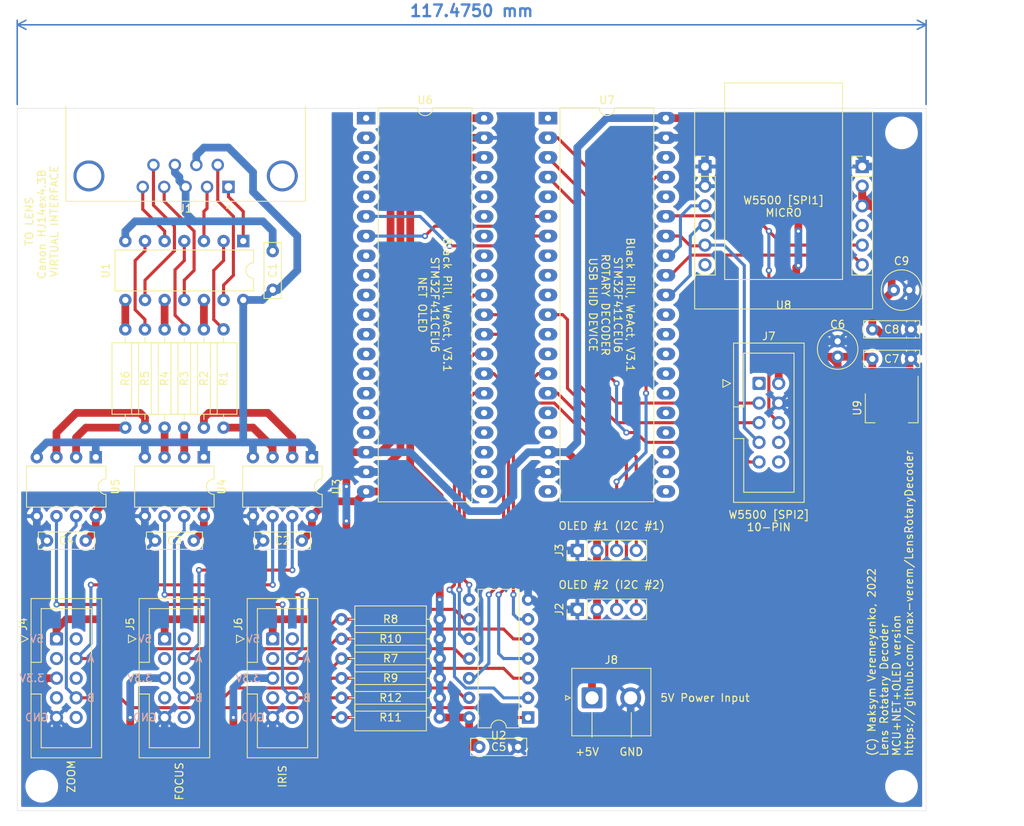
<source format=kicad_pcb>
(kicad_pcb (version 20211014) (generator pcbnew)
  (layers (0 "F.Cu" signal) (31 "B.Cu" signal) (34 "B.Paste" user) (35 "F.Paste" user) (36 "B.SilkS" user "B.Silkscreen") (37 "F.SilkS" user "F.Silkscreen") (38 "B.Mask" user) (39 "F.Mask" user) (44 "Edge.Cuts" user))
  (net 0 "")
  (net 1 "/IRIS_A")
  (net 2 "/GND")
  (net 3 "/ZOOM_A")
  (net 4 "/IRIS_B")
  (net 5 "/FOCUS_A")
  (net 6 "/ZOOM_B")
  (net 7 "/FOCUS_B")
  (net 9 "Net-(R1-Pad1)")
  (net 10 "Net-(R1-Pad2)")
  (net 11 "Net-(R2-Pad2)")
  (net 12 "Net-(R3-Pad2)")
  (net 13 "Net-(R4-Pad2)")
  (net 14 "Net-(R5-Pad2)")
  (net 15 "Net-(R6-Pad2)")
  (net 16 "/FOCUS_B_OUT")
  (net 17 "/ZOOM_B_OUT")
  (net 18 "/FOCUS_A_OUT")
  (net 19 "/IRIS_B_OUT")
  (net 20 "/ZOOM_A_OUT")
  (net 21 "/IRIS_A_OUT")
  (net 22 "/PWR_LENS")
  (net 23 "/GND_LENS")
  (net 24 "/VCC33")
  (net 25 "/VCC5")
  (net 26 "Net-(R2-Pad1)")
  (net 27 "Net-(R3-Pad1)")
  (net 28 "Net-(R4-Pad1)")
  (net 29 "Net-(R5-Pad1)")
  (net 30 "Net-(R7-Pad2)")
  (net 31 "Net-(R8-Pad2)")
  (net 32 "Net-(R9-Pad2)")
  (net 33 "Net-(R10-Pad2)")
  (net 34 "Net-(R11-Pad2)")
  (net 35 "Net-(R12-Pad2)")
  (net 51 "Net-(U5-Pad2)")
  (net 52 "/SCLK1")
  (net 53 "/SDA1")
  (net 54 "/SCLK2")
  (net 55 "/SDA2")
  (net 66 "/DEC_UART_TX")
  (net 67 "/DEC_UART_RX")
  (net 99 "/SCK1")
  (net 101 "/MISO1")
  (net 103 "/MOSI1")
  (net 104 "/W5500_CS")
  (net 105 "/W5500_RST")
  (net 113 "/VCC33_NET")
  (net 115 "/MISO2")
  (net 116 "/MOSI2")
  (net 117 "/SCK2")
  (footprint "Connector_Dsub:DSUB-9_Male_Horizontal_P2.77x2.84mm_EdgePinOffset7.70mm_Housed_MountingHolesOffset9.12mm" (layer "F.Cu") (at 102.87 40.64 180)
    (fp_text reference "J1")
    (fp_text value "DB9_Male")
  )
  (footprint "Resistor_THT:R_Axial_DIN0309_L9.0mm_D3.2mm_P12.70mm_Horizontal" (layer "F.Cu") (at 97.155 71.755 90)
    (fp_text reference "R3")
    (fp_text value "360")
  )
  (footprint "Resistor_THT:R_Axial_DIN0309_L9.0mm_D3.2mm_P12.70mm_Horizontal" (layer "F.Cu") (at 94.615 71.755 90)
    (fp_text reference "R4")
    (fp_text value "360")
  )
  (footprint "Resistor_THT:R_Axial_DIN0309_L9.0mm_D3.2mm_P12.70mm_Horizontal" (layer "F.Cu") (at 92.075 71.755 90)
    (fp_text reference "R5")
    (fp_text value "360")
  )
  (footprint "Resistor_THT:R_Axial_DIN0309_L9.0mm_D3.2mm_P12.70mm_Horizontal" (layer "F.Cu") (at 89.535 71.755 90)
    (fp_text reference "R6")
    (fp_text value "360")
  )
  (footprint "Resistor_THT:R_Axial_DIN0309_L9.0mm_D3.2mm_P12.70mm_Horizontal" (layer "F.Cu") (at 130.175 96.52 180)
    (fp_text reference "R8")
    (fp_text value "1k")
  )
  (footprint "Resistor_THT:R_Axial_DIN0309_L9.0mm_D3.2mm_P12.70mm_Horizontal" (layer "F.Cu") (at 130.175 99.06 180)
    (fp_text reference "R10")
    (fp_text value "1k")
  )
  (footprint "Resistor_THT:R_Axial_DIN0309_L9.0mm_D3.2mm_P12.70mm_Horizontal" (layer "F.Cu") (at 130.175 109.22 180)
    (fp_text reference "R11")
    (fp_text value "1k")
  )
  (footprint "Resistor_THT:R_Axial_DIN0309_L9.0mm_D3.2mm_P12.70mm_Horizontal" (layer "F.Cu") (at 130.175 106.68 180)
    (fp_text reference "R12")
    (fp_text value "1k")
  )
  (footprint "Package_DIP:DIP-14_W7.62mm" (layer "F.Cu") (at 104.78 47.635 -90)
    (fp_text reference "U1")
    (fp_text value "74AHC14")
  )
  (footprint "Package_DIP:DIP-14_W7.62mm" (layer "F.Cu") (at 141.595 109.225 180)
    (fp_text reference "U2")
    (fp_text value "74AHC14")
  )
  (footprint "Package_DIP:DIP-8_W7.62mm" (layer "F.Cu") (at 113.655 75.575 -90)
    (fp_text reference "U3")
    (fp_text value "HCPL-2630")
  )
  (footprint "Package_DIP:DIP-8_W7.62mm" (layer "F.Cu") (at 99.685 75.575 -90)
    (fp_text reference "U4")
    (fp_text value "HCPL-2630")
  )
  (footprint "Package_DIP:DIP-8_W7.62mm" (layer "F.Cu") (at 85.715 75.575 -90)
    (fp_text reference "U5")
    (fp_text value "HCPL-2630")
  )
  (footprint "Capacitor_THT:C_Rect_L7.0mm_W2.0mm_P5.00mm" (layer "F.Cu") (at 108.585 53.935 90)
    (fp_text reference "C1")
    (fp_text value "100nF")
  )
  (footprint "Capacitor_THT:C_Rect_L7.0mm_W2.0mm_P5.00mm" (layer "F.Cu") (at 112.355 86.36 180)
    (fp_text reference "C2")
    (fp_text value "100nF")
  )
  (footprint "Resistor_THT:R_Axial_DIN0309_L9.0mm_D3.2mm_P12.70mm_Horizontal" (layer "F.Cu") (at 130.175 101.6 180)
    (fp_text reference "R7")
    (fp_text value "1k")
  )
  (footprint "MountingHole:MountingHole_3.2mm_M3" (layer "F.Cu") (at 78.74 118.11)
    (fp_text reference "H1" hide)
    (fp_text value "MountingHole" hide)
  )
  (footprint "MountingHole:MountingHole_3.2mm_M3" (layer "F.Cu") (at 189.865 33.655)
    (fp_text reference "H2" hide)
    (fp_text value "MountingHole" hide)
  )
  (footprint "MountingHole:MountingHole_3.2mm_M3" (layer "F.Cu") (at 78.74 33.655)
    (fp_text reference "H3" hide)
    (fp_text value "MountingHole" hide)
  )
  (footprint "MountingHole:MountingHole_3.2mm_M3" (layer "F.Cu") (at 189.865 118.11)
    (fp_text reference "H4" hide)
    (fp_text value "MountingHole" hide)
  )
  (footprint "Resistor_THT:R_Axial_DIN0309_L9.0mm_D3.2mm_P12.70mm_Horizontal" (layer "F.Cu") (at 102.235 71.755 90)
    (fp_text reference "R1")
    (fp_text value "360")
  )
  (footprint "Capacitor_THT:C_Rect_L7.0mm_W2.0mm_P5.00mm" (layer "F.Cu") (at 98.385 86.36 180)
    (fp_text reference "C3")
    (fp_text value "100nF")
  )
  (footprint "Capacitor_THT:C_Rect_L7.0mm_W2.0mm_P5.00mm" (layer "F.Cu") (at 186.095 62.865)
    (fp_text reference "C7")
    (fp_text value "100nF")
  )
  (footprint "Connector_PinHeader_2.54mm:PinHeader_1x04_P2.54mm_Vertical" (layer "F.Cu") (at 147.965 87.63 90)
    (fp_text reference "J3")
    (fp_text value "OLED #2")
  )
  (footprint "Capacitor_THT:C_Rect_L7.0mm_W2.0mm_P5.00mm" (layer "F.Cu") (at 84.415 86.36 180)
    (fp_text reference "C4")
    (fp_text value "100nF")
  )
  (footprint "Resistor_THT:R_Axial_DIN0309_L9.0mm_D3.2mm_P12.70mm_Horizontal" (layer "F.Cu") (at 130.175 104.14 180)
    (fp_text reference "R9")
    (fp_text value "1k")
  )
  (footprint "Connector_IDC:IDC-Header_2x05_P2.54mm_Vertical" (layer "F.Cu") (at 108.585 99.06)
    (fp_text reference "J6")
    (fp_text value "Conn_02x05_Odd_Even")
  )
  (footprint "Connector_PinHeader_2.54mm:PinHeader_1x04_P2.54mm_Vertical" (layer "F.Cu") (at 147.965 95.25 90)
    (fp_text reference "J2")
    (fp_text value "OLED #1")
  )
  (footprint "Connector_IDC:IDC-Header_2x05_P2.54mm_Vertical" (layer "F.Cu") (at 94.615 99.06)
    (fp_text reference "J5")
    (fp_text value "Conn_02x05_Odd_Even")
  )
  (footprint "Connector_IDC:IDC-Header_2x05_P2.54mm_Vertical" (layer "F.Cu") (at 80.645 99.06)
    (fp_text reference "J4")
    (fp_text value "Conn_02x05_Odd_Even")
  )
  (footprint "Capacitor_THT:C_Rect_L7.0mm_W2.0mm_P5.00mm" (layer "F.Cu") (at 186.095 59.055)
    (fp_text reference "C8")
    (fp_text value "100nF")
  )
  (footprint "Connector_JST:JST_NV_B02P-NV_1x02_P5.00mm_Vertical" (layer "F.Cu") (at 149.86 106.68)
    (fp_text reference "J8")
    (fp_text value "Power 5V")
  )
  (footprint "Package_TO_SOT_SMD:SOT-223-3_TabPin2" (layer "F.Cu") (at 188.595 69.215 -90)
    (fp_text reference "U9")
    (fp_text value "LD1117S33TR_SOT223")
  )
  (footprint "Connector_IDC:IDC-Header_2x05_P2.54mm_Vertical" (layer "F.Cu") (at 171.45 66.04)
    (fp_text reference "J7")
    (fp_text value "W5500 (10Pins)")
  )
  (footprint "LensRotaryDecoder:W5500" (layer "F.Cu") (at 174.625 56.42)
    (fp_text reference "U8")
    (fp_text value "W5500 lite")
  )
  (footprint "Capacitor_THT:C_Radial_D5.0mm_H11.0mm_P2.00mm" (layer "F.Cu") (at 181.61 62.595 90)
    (fp_text reference "C6")
    (fp_text value "10uF")
  )
  (footprint "Package_DIP:DIP-40_W15.24mm_LongPads" (layer "F.Cu") (at 120.67 31.755)
    (fp_text reference "U6")
    (fp_text value "STM32F4x1Cx_v2.0+")
  )
  (footprint "Capacitor_THT:C_Rect_L7.0mm_W2.0mm_P5.00mm" (layer "F.Cu") (at 135.295 113.03)
    (fp_text reference "C5")
    (fp_text value "100nF")
  )
  (footprint "Resistor_THT:R_Axial_DIN0309_L9.0mm_D3.2mm_P12.70mm_Horizontal" (layer "F.Cu") (at 99.695 71.755 90)
    (fp_text reference "R2")
    (fp_text value "360")
  )
  (footprint "Capacitor_THT:C_Radial_D5.0mm_H11.0mm_P2.00mm" (layer "F.Cu") (at 188.865 53.975)
    (fp_text reference "C9")
    (fp_text value "10uF")
  )
  (footprint "Package_DIP:DIP-40_W15.24mm_LongPads" (layer "F.Cu") (at 144.165 31.75)
    (fp_text reference "U7")
    (fp_text value "STM32F4x1Cx_v2.0+")
  )
  (gr_line (start 154.94 111.76) (end 154.94 108.585) (layer "F.SilkS") (width 0.12))
  (gr_line (start 149.86 111.76) (end 149.86 108.585) (layer "F.SilkS") (width 0.12))
  (gr_rect (start 75.565 30.48) (end 193.04 121.285) (layer "Edge.Cuts") (width 0.05) (fill none))
  (gr_text "A" (at 85.09 101.6) (layer "B.SilkS") (effects (font (size 1 1)) (justify mirror)))
  (gr_text "B" (at 99.06 106.68) (layer "B.SilkS") (effects (font (size 1 1)) (justify mirror)))
  (gr_text "GND" (at 106.045 109.22) (layer "B.SilkS") (effects (font (size 1 1)) (justify mirror)))
  (gr_text "B" (at 113.03 106.68) (layer "B.SilkS") (effects (font (size 1 1)) (justify mirror)))
  (gr_text "5V" (at 106.045 99.06) (layer "B.SilkS") (effects (font (size 1 1)) (justify mirror)))
  (gr_text "5V" (at 78.105 99.06) (layer "B.SilkS") (effects (font (size 1 1)) (justify mirror)))
  (gr_text "5V" (at 92.075 99.06) (layer "B.SilkS") (effects (font (size 1 1)) (justify mirror)))
  (gr_text "3.3V" (at 77.47 104.14) (layer "B.SilkS") (effects (font (size 1 1)) (justify mirror)))
  (gr_text "3.3V" (at 105.41 104.14) (layer "B.SilkS") (effects (font (size 1 1)) (justify mirror)))
  (gr_text "3.3V" (at 91.44 104.14) (layer "B.SilkS") (effects (font (size 1 1)) (justify mirror)))
  (gr_text "GND" (at 78.105 109.22) (layer "B.SilkS") (effects (font (size 1 1)) (justify mirror)))
  (gr_text "A" (at 113.03 101.6) (layer "B.SilkS") (effects (font (size 1 1)) (justify mirror)))
  (gr_text "A" (at 99.06 101.6) (layer "B.SilkS") (effects (font (size 1 1)) (justify mirror)))
  (gr_text "GND" (at 92.075 109.22) (layer "B.SilkS") (effects (font (size 1 1)) (justify mirror)))
  (gr_text "B" (at 85.09 106.68) (layer "B.SilkS") (effects (font (size 1 1)) (justify mirror)))
  (gr_text "TO LENS\nCanon HJ14ex4.3B \nVIRTUAL INTERFACE\n" (at 78.74 45.085 90) (layer "F.SilkS") (effects (font (size 1 1))))
  (gr_text "Black Pill, WeAct, V3.1\nSTM32F411CEU6\nNET OLED" (at 129.54 55.88 270) (layer "F.SilkS") (effects (font (size 1 1))))
  (gr_text "(C) Maksym Veremeyenko, 2022\nLens Rotatary Decoder\nMCU+NET+OLED version\nhttps://github.com/max-verem/LensRotaryDecoder\n\n" (at 189.23 114.3 90) (layer "F.SilkS") (effects (font (size 1 1)) (justify left)))
  (gr_text "FOCUS" (at 96.52 117.475 90) (layer "F.SilkS") (effects (font (size 1 1))))
  (gr_text "IRIS" (at 109.855 116.84 90) (layer "F.SilkS") (effects (font (size 1 1))))
  (gr_text "OLED #1 (I2C #1)" (at 152.4 84.455) (layer "F.SilkS") (effects (font (size 1 1))))
  (gr_text "5V Power Input" (at 164.465 106.68) (layer "F.SilkS") (effects (font (size 1 1))))
  (gr_text "ZOOM" (at 82.55 116.84 90) (layer "F.SilkS") (effects (font (size 1 1))))
  (gr_text "+5V" (at 149.225 113.665) (layer "F.SilkS") (effects (font (size 1 1))))
  (gr_text "OLED #2 (I2C #2)" (at 152.4 92.075) (layer "F.SilkS") (effects (font (size 1 1))))
  (gr_text "GND" (at 154.94 113.665) (layer "F.SilkS") (effects (font (size 1 1))))
  (gr_text "W5500 [SPI1]\nMICRO" (at 174.625 43.18) (layer "F.SilkS") (effects (font (size 1 1))))
  (gr_text "W5500 [SPI2]\n10-PIN" (at 172.72 83.82) (layer "F.SilkS") (effects (font (size 1 1))))
  (gr_text "Black Pill, WeAct, V3.1\nSTM32F411CEU6\nROTARY DECODER\nUSB HID DEVICE" (at 152.4 55.88 270) (layer "F.SilkS") (effects (font (size 1 1))))
  (dimension (type aligned) (layer "B.Cu") (pts (xy 193.04 30.48) (xy 75.565 30.48)) (height 10.795) (gr_text "117,4750 mm" (at 134.3025 17.885) (layer "B.Cu") (effects (font (size 1.5 1.5) (thickness 0.3)))) (format (units 3) (units_format 1) (precision 4)) (style (thickness 0.2) (arrow_length 1.27) (text_position_mode 0) (extension_height 0.58642) (extension_offset 0.5) keep_text_aligned))
  (segment (start 98.425 51.435) (end 98.425 46.355) (width 0.4) (layer "F.Cu") (net 1))
  (segment (start 98.425 46.355) (end 94.56 42.49) (width 0.4) (layer "F.Cu") (net 1))
  (segment (start 94.56 42.49) (end 94.56 40.64) (width 0.4) (layer "F.Cu") (net 1))
  (segment (start 97.16 52.7) (end 98.425 51.435) (width 0.4) (layer "F.Cu") (net 1))
  (segment (start 97.16 55.255) (end 97.16 52.7) (width 0.4) (layer "F.Cu") (net 1))
  (segment (start 78.095 83.195) (end 78.105 83.185) (width 1) (layer "F.Cu") (net 2))
  (segment (start 120.67 77.475) (end 122.55 77.475) (width 1) (layer "F.Cu") (net 2))
  (segment (start 125.095 36.83) (end 127.635 34.29) (width 1) (layer "F.Cu") (net 2))
  (segment (start 122.55 77.475) (end 125.095 74.93) (width 1) (layer "F.Cu") (net 2))
  (segment (start 127.635 34.29) (end 127.64 34.295) (width 1) (layer "F.Cu") (net 2))
  (segment (start 191.095 54.205) (end 190.865 53.975) (width 1) (layer "F.Cu") (net 2))
  (segment (start 125.095 74.93) (end 125.02452 74.85952) (width 1) (layer "F.Cu") (net 2))
  (segment (start 125.095 74.93) (end 125.095 36.83) (width 1) (layer "F.Cu") (net 2))
  (segment (start 190.895 66.065) (end 190.895 63.065) (width 1) (layer "F.Cu") (net 2))
  (segment (start 127.64 34.295) (end 135.91 34.295) (width 1) (layer "F.Cu") (net 2))
  (segment (start 190.895 63.065) (end 191.095 62.865) (width 1) (layer "F.Cu") (net 2))
  (segment (start 78.095 83.195) (end 78.095 85.04) (width 1) (layer "B.Cu") (net 2))
  (segment (start 115.57 79.375) (end 117.47 77.475) (width 1) (layer "B.Cu") (net 2))
  (segment (start 164.465 38.005) (end 164.465 34.29) (width 1) (layer "B.Cu") (net 2))
  (segment (start 94.615 109.22) (end 94.615 111.125) (width 1) (layer "B.Cu") (net 2))
  (segment (start 159.405 34.29) (end 152.4 34.29) (width 1) (layer "B.Cu") (net 2))
  (segment (start 164.465 34.29) (end 182.245 34.29) (width 1) (layer "B.Cu") (net 2))
  (segment (start 108.585 111.125) (end 94.615 111.125) (width 1) (layer "B.Cu") (net 2))
  (segment (start 106.66 81.28) (end 92.075 81.28) (width 1) (layer "B.Cu") (net 2))
  (segment (start 177.165 61.595) (end 178.165 60.595) (width 1) (layer "B.Cu") (net 2))
  (segment (start 143.51 110.49) (end 144.145 111.125) (width 1) (layer "B.Cu") (net 2))
  (segment (start 115.57 79.375) (end 113.665 81.28) (width 1) (layer "B.Cu") (net 2))
  (segment (start 140.97 113.03) (end 143.51 110.49) (width 1) (layer "B.Cu") (net 2))
  (segment (start 117.47 77.475) (end 120.67 77.475) (width 1) (layer "B.Cu") (net 2))
  (segment (start 191.135 60.325) (end 191.095 60.285) (width 1) (layer "B.Cu") (net 2))
  (segment (start 152.4 34.29) (end 149.86 36.83) (width 1) (layer "B.Cu") (net 2))
  (segment (start 113.665 81.28) (end 106.66 81.28) (width 1) (layer "B.Cu") (net 2))
  (segment (start 92.075 81.28) (end 92.065 81.27) (width 1) (layer "B.Cu") (net 2))
  (segment (start 140.295 113.03) (end 140.97 113.03) (width 1) (layer "B.Cu") (net 2))
  (segment (start 127.635 111.125) (end 138.43 111.125) (width 1) (layer "B.Cu") (net 2))
  (segment (start 120.67 77.475) (end 125.1 77.475) (width 1) (layer "B.Cu") (net 2))
  (segment (start 144.165 77.47) (end 142.875 77.47) (width 1) (layer "B.Cu") (net 2))
  (segment (start 143.51 95.25) (end 142.24 93.98) (width 1) (layer "B.Cu") (net 2))
  (segment (start 175.26 68.58) (end 177.165 66.675) (width 1) (layer "B.Cu") (net 2))
  (segment (start 141.595 87.64) (end 141.595 93.985) (width 1) (layer "B.Cu") (net 2))
  (segment (start 138.43 111.125) (end 138.43 111.165) (width 1) (layer "B.Cu") (net 2))
  (segment (start 106.035 83.195) (end 106.035 81.905) (width 1) (layer "B.Cu") (net 2))
  (segment (start 92.065 85.04) (end 93.385 86.36) (width 1) (layer "B.Cu") (net 2))
  (segment (start 182.245 34.29) (end 184.785 36.83) (width 1) (layer "B.Cu") (net 2))
  (segment (start 187.23 38.005) (end 191.135 41.91) (width 1) (layer "B.Cu") (net 2))
  (segment (start 106.035 83.195) (end 106.035 85.04) (width 1) (layer "B.Cu") (net 2))
  (segment (start 177.165 66.675) (end 177.165 61.595) (width 1) (layer "B.Cu") (net 2))
  (segment (start 191.135 41.91) (end 191.135 53.705) (width 1) (layer "B.Cu") (net 2))
  (segment (start 191.135 53.705) (end 190.865 53.975) (width 1) (layer "B.Cu") (net 2))
  (segment (start 127.635 80.01) (end 127.635 111.125) (width 1) (layer "B.Cu") (net 2))
  (segment (start 141.6 93.98) (end 141.595 93.985) (width 1) (layer "B.Cu") (net 2))
  (segment (start 178.165 60.595) (end 182.245 60.595) (width 1) (layer "B.Cu") (net 2))
  (segment (start 106.035 85.04) (end 107.355 86.36) (width 1) (layer "B.Cu") (net 2))
  (segment (start 143.51 110.49) (end 143.51 95.25) (width 1) (layer "B.Cu") (net 2))
  (segment (start 149.86 74.93) (end 147.32 77.47) (width 1) (layer "B.Cu") (net 2))
  (segment (start 154.86 109.935) (end 154.86 106.68) (width 1) (layer "B.Cu") (net 2))
  (segment (start 143.51 95.25) (end 147.965 95.25) (width 1) (layer "B.Cu") (net 2))
  (segment (start 142.24 93.98) (end 141.6 93.98) (width 1) (layer "B.Cu") (net 2))
  (segment (start 191.095 62.865) (end 191.095 59.055) (width 1) (layer "B.Cu") (net 2))
  (segment (start 191.095 54.205) (end 190.865 53.975) (width 1) (layer "B.Cu") (net 2))
  (segment (start 92.075 81.28) (end 78.74 81.28) (width 1) (layer "B.Cu") (net 2))
  (segment (start 144.145 111.125) (end 153.67 111.125) (width 1) (layer "B.Cu") (net 2))
  (segment (start 149.86 36.83) (end 149.86 74.93) (width 1) (layer "B.Cu") (net 2))
  (segment (start 182.245 60.595) (end 190.865 60.595) (width 1) (layer "B.Cu") (net 2))
  (segment (start 141.595 87.64) (end 141.605 87.63) (width 1) (layer "B.Cu") (net 2))
  (segment (start 78.095 85.04) (end 79.415 86.36) (width 1) (layer "B.Cu") (net 2))
  (segment (start 153.67 111.125) (end 154.86 109.935) (width 1) (layer "B.Cu") (net 2))
  (segment (start 81.28 111.125) (end 80.645 110.49) (width 1) (layer "B.Cu") (net 2))
  (segment (start 78.095 83.195) (end 78.095 81.925) (width 1) (layer "B.Cu") (net 2))
  (segment (start 173.99 68.58) (end 175.26 68.58) (width 1) (layer "B.Cu") (net 2))
  (segment (start 94.615 111.125) (end 81.28 111.125) (width 1) (layer "B.Cu") (net 2))
  (segment (start 80.645 110.49) (end 80.645 109.22) (width 1) (layer "B.Cu") (net 2))
  (segment (start 106.66 81.28) (end 106.035 81.905) (width 1) (layer "B.Cu") (net 2))
  (segment (start 191.095 60.285) (end 191.095 59.055) (width 1) (layer "B.Cu") (net 2))
  (segment (start 163.83 34.29) (end 164.465 34.29) (width 1) (layer "B.Cu") (net 2))
  (segment (start 138.43 111.165) (end 140.295 113.03) (width 1) (layer "B.Cu") (net 2))
  (segment (start 190.865 60.595) (end 191.135 60.325) (width 1) (layer "B.Cu") (net 2))
  (segment (start 125.1 77.475) (end 127.635 80.01) (width 1) (layer "B.Cu") (net 2))
  (segment (start 142.875 77.47) (end 141.595 78.75) (width 1) (layer "B.Cu") (net 2))
  (segment (start 159.405 34.29) (end 163.83 34.29) (width 1) (layer "B.Cu") (net 2))
  (segment (start 164.465 40.545) (end 164.465 38.005) (width 1) (layer "B.Cu") (net 2))
  (segment (start 184.785 38.005) (end 187.23 38.005) (width 1) (layer "B.Cu") (net 2))
  (segment (start 127.635 111.125) (end 108.585 111.125) (width 1) (layer "B.Cu") (net 2))
  (segment (start 141.605 87.63) (end 147.965 87.63) (width 1) (layer "B.Cu") (net 2))
  (segment (start 147.32 77.47) (end 144.165 77.47) (width 1) (layer "B.Cu") (net 2))
  (segment (start 92.065 83.195) (end 92.065 85.04) (width 1) (layer "B.Cu") (net 2))
  (segment (start 184.785 36.83) (end 184.785 38.005) (width 1) (layer "B.Cu") (net 2))
  (segment (start 108.585 109.22) (end 108.585 111.125) (width 1) (layer "B.Cu") (net 2))
  (segment (start 141.595 78.75) (end 141.595 87.64) (width 1) (layer "B.Cu") (net 2))
  (segment (start 191.095 59.055) (end 191.095 54.205) (width 1) (layer "B.Cu") (net 2))
  (segment (start 78.095 81.925) (end 78.74 81.28) (width 1) (layer "B.Cu") (net 2))
  (segment (start 92.065 83.195) (end 92.065 81.27) (width 1) (layer "B.Cu") (net 2))
  (segment (start 102.87 41.91) (end 104.78 43.82) (width 0.4) (layer "F.Cu") (net 3))
  (segment (start 102.87 40.64) (end 102.87 41.91) (width 0.4) (layer "F.Cu") (net 3))
  (segment (start 104.78 43.82) (end 104.78 47.635) (width 0.4) (layer "F.Cu") (net 3))
  (segment (start 95.885 48.895) (end 92.08 52.7) (width 0.4) (layer "F.Cu") (net 4))
  (segment (start 93.175 43.01) (end 95.885 45.72) (width 0.4) (layer "F.Cu") (net 4))
  (segment (start 92.08 54.605) (end 92.08 55.255) (width 0.25) (layer "F.Cu") (net 4))
  (segment (start 93.175 37.8) (end 93.175 43.01) (width 0.4) (layer "F.Cu") (net 4))
  (segment (start 92.08 55.255) (end 92.08 52.7) (width 0.4) (layer "F.Cu") (net 4))
  (segment (start 95.885 45.72) (end 95.885 48.895) (width 0.4) (layer "F.Cu") (net 4))
  (segment (start 101.485 42.43) (end 103.505 44.45) (width 0.4) (layer "F.Cu") (net 5))
  (segment (start 101.485 37.8) (end 101.485 42.43) (width 0.4) (layer "F.Cu") (net 5))
  (segment (start 102.24 53.335) (end 102.24 55.255) (width 0.4) (layer "F.Cu") (net 5))
  (segment (start 103.505 44.45) (end 103.505 52.07) (width 0.4) (layer "F.Cu") (net 5))
  (segment (start 103.505 52.07) (end 102.24 53.335) (width 0.4) (layer "F.Cu") (net 5))
  (segment (start 94.62 46.36) (end 94.62 47.635) (width 0.4) (layer "F.Cu") (net 6))
  (segment (start 91.79 40.64) (end 91.79 43.53) (width 0.4) (layer "F.Cu") (net 6))
  (segment (start 91.79 43.53) (end 94.62 46.36) (width 0.4) (layer "F.Cu") (net 6))
  (segment (start 99.695 43.815) (end 99.7 43.82) (width 0.4) (layer "F.Cu") (net 7))
  (segment (start 100.1 43.41) (end 99.695 43.815) (width 0.4) (layer "F.Cu") (net 7))
  (segment (start 99.695 41.045) (end 100.1 40.64) (width 0.25) (layer "F.Cu") (net 7))
  (segment (start 99.7 43.82) (end 99.7 47.635) (width 0.4) (layer "F.Cu") (net 7))
  (segment (start 100.1 40.64) (end 100.1 43.41) (width 0.4) (layer "F.Cu") (net 7))
  (segment (start 108.575 74.285) (end 108.575 75.575) (width 1) (layer "F.Cu") (net 9))
  (segment (start 102.235 71.755) (end 106.045 71.755) (width 1) (layer "F.Cu") (net 9))
  (segment (start 106.045 71.755) (end 108.575 74.285) (width 1) (layer "F.Cu") (net 9))
  (segment (start 100.965 51.435) (end 102.24 50.16) (width 0.4) (layer "F.Cu") (net 10))
  (segment (start 102.235 59.055) (end 100.965 57.785) (width 0.4) (layer "F.Cu") (net 10))
  (segment (start 100.965 57.785) (end 100.965 51.435) (width 0.4) (layer "F.Cu") (net 10))
  (segment (start 102.24 50.16) (end 102.24 47.635) (width 0.4) (layer "F.Cu") (net 10))
  (segment (start 99.7 57.78) (end 99.695 57.785) (width 0.25) (layer "F.Cu") (net 11))
  (segment (start 99.695 59.055) (end 99.695 55.26) (width 1) (layer "F.Cu") (net 11))
  (segment (start 99.695 55.26) (end 99.7 55.255) (width 1) (layer "F.Cu") (net 11))
  (segment (start 99.7 55.255) (end 99.7 57.78) (width 0.25) (layer "F.Cu") (net 11))
  (segment (start 95.960489 51.359511) (end 97.16 50.16) (width 0.4) (layer "F.Cu") (net 12))
  (segment (start 97.155 58.42) (end 95.960489 57.225489) (width 0.4) (layer "F.Cu") (net 12))
  (segment (start 95.960489 57.225489) (end 95.960489 51.359511) (width 0.4) (layer "F.Cu") (net 12))
  (segment (start 97.16 50.16) (end 97.16 47.635) (width 0.4) (layer "F.Cu") (net 12))
  (segment (start 97.155 59.055) (end 97.155 58.42) (width 0.4) (layer "F.Cu") (net 12))
  (segment (start 94.62 57.78) (end 94.615 57.785) (width 0.25) (layer "F.Cu") (net 13))
  (segment (start 94.615 55.26) (end 94.62 55.255) (width 1) (layer "F.Cu") (net 13))
  (segment (start 94.62 55.255) (end 94.62 57.78) (width 0.25) (layer "F.Cu") (net 13))
  (segment (start 94.615 59.055) (end 94.615 55.26) (width 1) (layer "F.Cu") (net 13))
  (segment (start 90.805 50.165) (end 92.08 48.89) (width 0.4) (layer "F.Cu") (net 14))
  (segment (start 92.075 59.055) (end 92.075 57.785) (width 0.4) (layer "F.Cu") (net 14))
  (segment (start 92.08 48.89) (end 92.08 47.635) (width 0.4) (layer "F.Cu") (net 14))
  (segment (start 92.075 57.785) (end 90.805 56.515) (width 0.4) (layer "F.Cu") (net 14))
  (segment (start 90.805 56.515) (end 90.805 50.165) (width 0.4) (layer "F.Cu") (net 14))
  (segment (start 89.54 55.255) (end 89.54 57.78) (width 0.25) (layer "F.Cu") (net 15))
  (segment (start 89.535 55.26) (end 89.54 55.255) (width 1) (layer "F.Cu") (net 15))
  (segment (start 89.535 59.055) (end 89.535 55.26) (width 1) (layer "F.Cu") (net 15))
  (segment (start 89.54 57.78) (end 89.535 57.785) (width 0.25) (layer "F.Cu") (net 15))
  (segment (start 139.065 92.075) (end 137.795 93.345) (width 0.4) (layer "F.Cu") (net 16))
  (segment (start 135.91 59.695) (end 137.79 59.695) (width 0.4) (layer "F.Cu") (net 16))
  (segment (start 137.795 59.69) (end 139.065 60.96) (width 0.4) (layer "F.Cu") (net 16))
  (segment (start 137.79 59.695) (end 137.795 59.69) (width 0.4) (layer "F.Cu") (net 16))
  (segment (start 139.065 60.96) (end 139.065 92.075) (width 0.4) (layer "F.Cu") (net 16))
  (via (at 137.795 93.345) (size 0.8) (drill 0.4) (layers "F.Cu" "B.Cu") (net 16))
  (segment (start 139.705 101.605) (end 141.595 101.605) (width 0.4) (layer "B.Cu") (net 16))
  (segment (start 138.43 101.6) (end 139.7 101.6) (width 0.4) (layer "B.Cu") (net 16))
  (segment (start 139.7 101.6) (end 139.705 101.605) (width 0.4) (layer "B.Cu") (net 16))
  (segment (start 137.795 100.965) (end 138.43 101.6) (width 0.4) (layer "B.Cu") (net 16))
  (segment (start 137.795 93.345) (end 137.795 100.965) (width 0.4) (layer "B.Cu") (net 16))
  (segment (start 136.525 93.345) (end 138.43 91.44) (width 0.4) (layer "F.Cu") (net 17))
  (segment (start 137.16 64.77) (end 135.915 64.77) (width 0.4) (layer "F.Cu") (net 17))
  (segment (start 138.43 66.04) (end 137.16 64.77) (width 0.4) (layer "F.Cu") (net 17))
  (segment (start 135.915 64.77) (end 135.91 64.775) (width 0.4) (layer "F.Cu") (net 17))
  (segment (start 138.43 91.44) (end 138.43 66.04) (width 0.4) (layer "F.Cu") (net 17))
  (via (at 136.525 93.345) (size 0.8) (drill 0.4) (layers "F.Cu" "B.Cu") (net 17))
  (segment (start 133.355 104.145) (end 133.975 104.145) (width 0.4) (layer "B.Cu") (net 17))
  (segment (start 136.525 93.345) (end 136.525 102.235) (width 0.4) (layer "B.Cu") (net 17))
  (segment (start 134.615 104.145) (end 133.975 104.145) (width 0.4) (layer "B.Cu") (net 17))
  (segment (start 136.525 102.235) (end 134.615 104.145) (width 0.4) (layer "B.Cu") (net 17))
  (segment (start 135.905 62.23) (end 135.91 62.235) (width 0.4) (layer "F.Cu") (net 18))
  (segment (start 134.62 62.23) (end 135.905 62.23) (width 0.4) (layer "F.Cu") (net 18))
  (segment (start 132.715 64.135) (end 134.62 62.23) (width 0.4) (layer "F.Cu") (net 18))
  (segment (start 132.715 92.71) (end 132.715 64.135) (width 0.4) (layer "F.Cu") (net 18))
  (via (at 132.715 92.71) (size 0.8) (drill 0.4) (layers "F.Cu" "B.Cu") (net 18))
  (segment (start 132.715 98.425) (end 133.355 99.065) (width 0.4) (layer "B.Cu") (net 18))
  (segment (start 133.355 99.065) (end 133.975 99.065) (width 0.4) (layer "B.Cu") (net 18))
  (segment (start 132.715 92.71) (end 132.715 98.425) (width 0.4) (layer "B.Cu") (net 18))
  (segment (start 131.445 92.71) (end 132.08 92.075) (width 0.4) (layer "F.Cu") (net 19))
  (segment (start 134.62 54.61) (end 135.905 54.61) (width 0.4) (layer "F.Cu") (net 19))
  (segment (start 135.905 54.61) (end 135.91 54.615) (width 0.4) (layer "F.Cu") (net 19))
  (segment (start 132.08 57.15) (end 134.62 54.61) (width 0.4) (layer "F.Cu") (net 19))
  (segment (start 132.08 92.075) (end 132.08 57.15) (width 0.4) (layer "F.Cu") (net 19))
  (via (at 131.445 92.71) (size 0.8) (drill 0.4) (layers "F.Cu" "B.Cu") (net 19))
  (segment (start 138.435 106.685) (end 141.595 106.685) (width 0.4) (layer "B.Cu") (net 19))
  (segment (start 132.08 93.345) (end 132.08 103.946366) (width 0.4) (layer "B.Cu") (net 19))
  (segment (start 131.445 92.71) (end 132.08 93.345) (width 0.4) (layer "B.Cu") (net 19))
  (segment (start 133.543634 105.41) (end 137.16 105.41) (width 0.4) (layer "B.Cu") (net 19))
  (segment (start 132.08 103.946366) (end 133.543634 105.41) (width 0.4) (layer "B.Cu") (net 19))
  (segment (start 137.16 105.41) (end 138.435 106.685) (width 0.4) (layer "B.Cu") (net 19))
  (segment (start 134.62 67.31) (end 135.905 67.31) (width 0.4) (layer "F.Cu") (net 20))
  (segment (start 133.35 68.58) (end 134.62 67.31) (width 0.4) (layer "F.Cu") (net 20))
  (segment (start 133.35 91.44) (end 133.35 68.58) (width 0.4) (layer "F.Cu") (net 20))
  (segment (start 135.905 67.31) (end 135.91 67.315) (width 0.4) (layer "F.Cu") (net 20))
  (segment (start 133.985 92.075) (end 133.35 91.44) (width 0.4) (layer "F.Cu") (net 20))
  (via (at 133.985 92.075) (size 0.8) (drill 0.4) (layers "F.Cu" "B.Cu") (net 20))
  (segment (start 135.26 67.315) (end 135.255 67.31) (width 0.4) (layer "B.Cu") (net 20))
  (segment (start 133.985 92.075) (end 133.975 92.085) (width 0.4) (layer "B.Cu") (net 20))
  (segment (start 135.91 67.315) (end 135.26 67.315) (width 0.4) (layer "B.Cu") (net 20))
  (segment (start 133.975 92.085) (end 133.975 93.985) (width 0.4) (layer "B.Cu") (net 20))
  (segment (start 138.43 57.15) (end 138.425 57.155) (width 0.4) (layer "F.Cu") (net 21))
  (segment (start 138.425 57.155) (end 135.91 57.155) (width 0.4) (layer "F.Cu") (net 21))
  (segment (start 139.7 58.42) (end 138.43 57.15) (width 0.4) (layer "F.Cu") (net 21))
  (segment (start 139.7 93.345) (end 139.7 58.42) (width 0.4) (layer "F.Cu") (net 21))
  (via (at 139.7 93.345) (size 0.8) (drill 0.4) (layers "F.Cu" "B.Cu") (net 21))
  (segment (start 140.34 96.525) (end 141.595 96.525) (width 0.4) (layer "B.Cu") (net 21))
  (segment (start 139.7 93.345) (end 139.7 95.885) (width 0.4) (layer "B.Cu") (net 21))
  (segment (start 139.7 95.885) (end 140.34 96.525) (width 0.4) (layer "B.Cu") (net 21))
  (segment (start 99.685 73.67) (end 99.695 73.66) (width 1) (layer "B.Cu") (net 22))
  (segment (start 99.685 75.575) (end 99.685 73.67) (width 1) (layer "B.Cu") (net 22))
  (segment (start 104.78 73.655) (end 104.775 73.66) (width 1) (layer "B.Cu") (net 22))
  (segment (start 98.715 37.8) (end 98.715 36.54) (width 1) (layer "B.Cu") (net 22))
  (segment (start 108.625 53.975) (end 108.585 53.935) (width 1) (layer "B.Cu") (net 22))
  (segment (start 78.095 75.575) (end 78.105 75.565) (width 1) (layer "B.Cu") (net 22))
  (segment (start 104.78 55.255) (end 104.78 73.655) (width 1) (layer "B.Cu") (net 22))
  (segment (start 111.76 46.99) (end 111.76 51.435) (width 1) (layer "B.Cu") (net 22))
  (segment (start 113.655 74.285) (end 113.655 75.575) (width 1) (layer "B.Cu") (net 22))
  (segment (start 98.715 36.54) (end 99.695 35.56) (width 1) (layer "B.Cu") (net 22))
  (segment (start 102.87 35.56) (end 106.045 38.735) (width 1) (layer "B.Cu") (net 22))
  (segment (start 78.105 75.565) (end 78.105 74.93) (width 1) (layer "B.Cu") (net 22))
  (segment (start 106.045 41.275) (end 111.76 46.99) (width 1) (layer "B.Cu") (net 22))
  (segment (start 106.035 75.575) (end 106.035 73.67) (width 1) (layer "B.Cu") (net 22))
  (segment (start 79.375 73.66) (end 85.725 73.66) (width 1) (layer "B.Cu") (net 22))
  (segment (start 109.22 53.975) (end 108.625 53.975) (width 1) (layer "B.Cu") (net 22))
  (segment (start 106.045 73.66) (end 113.03 73.66) (width 1) (layer "B.Cu") (net 22))
  (segment (start 99.695 35.56) (end 102.87 35.56) (width 1) (layer "B.Cu") (net 22))
  (segment (start 107.265 55.255) (end 108.585 53.935) (width 1) (layer "B.Cu") (net 22))
  (segment (start 104.775 73.66) (end 106.045 73.66) (width 1) (layer "B.Cu") (net 22))
  (segment (start 92.065 75.575) (end 92.065 74.305) (width 1) (layer "B.Cu") (net 22))
  (segment (start 106.035 73.67) (end 106.045 73.66) (width 1) (layer "B.Cu") (net 22))
  (segment (start 111.76 51.435) (end 109.22 53.975) (width 1) (layer "B.Cu") (net 22))
  (segment (start 99.695 73.66) (end 104.775 73.66) (width 1) (layer "B.Cu") (net 22))
  (segment (start 113.03 73.66) (end 113.655 74.285) (width 1) (layer "B.Cu") (net 22))
  (segment (start 106.045 38.735) (end 106.045 41.275) (width 1) (layer "B.Cu") (net 22))
  (segment (start 85.715 73.67) (end 85.725 73.66) (width 1) (layer "B.Cu") (net 22))
  (segment (start 78.105 74.93) (end 79.375 73.66) (width 1) (layer "B.Cu") (net 22))
  (segment (start 104.78 55.255) (end 107.265 55.255) (width 1) (layer "B.Cu") (net 22))
  (segment (start 85.725 73.66) (end 99.695 73.66) (width 1) (layer "B.Cu") (net 22))
  (segment (start 85.715 75.575) (end 85.715 73.67) (width 1) (layer "B.Cu") (net 22))
  (segment (start 96.52 39.37) (end 96.52 39.83) (width 1) (layer "B.Cu") (net 23))
  (segment (start 95.945 37.8) (end 95.945 38.795) (width 1) (layer "B.Cu") (net 23))
  (segment (start 89.54 46.35) (end 90.805 45.085) (width 1) (layer "B.Cu") (net 23))
  (segment (start 107.315 45.085) (end 108.585 46.355) (width 1) (layer "B.Cu") (net 23))
  (segment (start 98.425 45.085) (end 107.315 45.085) (width 1) (layer "B.Cu") (net 23))
  (segment (start 108.585 46.355) (end 108.585 48.935) (width 1) (layer "B.Cu") (net 23))
  (segment (start 96.52 39.83) (end 97.33 40.64) (width 1) (layer "B.Cu") (net 23))
  (segment (start 97.33 40.64) (end 97.33 43.99) (width 1) (layer "B.Cu") (net 23))
  (segment (start 90.805 45.085) (end 98.425 45.085) (width 1) (layer "B.Cu") (net 23))
  (segment (start 89.54 47.635) (end 89.54 46.35) (width 1) (layer "B.Cu") (net 23))
  (segment (start 95.945 38.795) (end 96.52 39.37) (width 1) (layer "B.Cu") (net 23))
  (segment (start 97.33 43.99) (end 98.425 45.085) (width 1) (layer "B.Cu") (net 23))
  (segment (start 90.17 113.03) (end 80.645 113.03) (width 1) (layer "F.Cu") (net 24))
  (segment (start 99.685 81.925) (end 100.33 81.28) (width 1) (layer "F.Cu") (net 24))
  (segment (start 123.185 80.015) (end 120.67 80.015) (width 1) (layer "F.Cu") (net 24))
  (segment (start 86.995 81.28) (end 85.715 82.56) (width 1) (layer "F.Cu") (net 24))
  (segment (start 133.975 111.71) (end 135.295 113.03) (width 1) (layer "F.Cu") (net 24))
  (segment (start 103.505 109.22) (end 103.505 113.03) (width 1) (layer "F.Cu") (net 24))
  (segment (start 85.715 85.08) (end 85.725 85.09) (width 1) (layer "F.Cu") (net 24))
  (segment (start 133.97 109.22) (end 133.975 109.225) (width 1) (layer "F.Cu") (net 24))
  (segment (start 112.395 86.36) (end 113.655 85.1) (width 1) (layer "F.Cu") (net 24))
  (segment (start 130.175 113.03) (end 103.505 113.03) (width 1) (layer "F.Cu") (net 24))
  (segment (start 85.715 82.56) (end 85.715 83.195) (width 1) (layer "F.Cu") (net 24))
  (segment (start 112.355 86.36) (end 112.395 86.36) (width 1) (layer "F.Cu") (net 24))
  (segment (start 126.365 76.835) (end 130.175 80.645) (width 1) (layer "F.Cu") (net 24))
  (segment (start 78.105 110.49) (end 78.105 105.41) (width 1) (layer "F.Cu") (net 24))
  (segment (start 100.33 81.28) (end 86.995 81.28) (width 1) (layer "F.Cu") (net 24))
  (segment (start 85.715 83.195) (end 85.715 85.08) (width 1) (layer "F.Cu") (net 24))
  (segment (start 130.175 113.03) (end 135.295 113.03) (width 1) (layer "F.Cu") (net 24))
  (segment (start 133.975 109.225) (end 133.975 111.71) (width 1) (layer "F.Cu") (net 24))
  (segment (start 99.685 83.195) (end 99.685 85.08) (width 1) (layer "F.Cu") (net 24))
  (segment (start 85.725 85.09) (end 85.685 85.09) (width 1) (layer "F.Cu") (net 24))
  (segment (start 135.91 36.835) (end 127.63 36.835) (width 1) (layer "F.Cu") (net 24))
  (segment (start 130.175 80.645) (end 130.175 93.98) (width 1) (layer "F.Cu") (net 24))
  (segment (start 90.17 109.22) (end 90.17 113.03) (width 1) (layer "F.Cu") (net 24))
  (segment (start 113.655 85.1) (end 113.655 83.195) (width 1) (layer "F.Cu") (net 24))
  (segment (start 80.645 113.03) (end 78.105 110.49) (width 1) (layer "F.Cu") (net 24))
  (segment (start 126.365 38.1) (end 126.365 76.835) (width 1) (layer "F.Cu") (net 24))
  (segment (start 78.105 105.41) (end 79.375 104.14) (width 1) (layer "F.Cu") (net 24))
  (segment (start 99.685 83.195) (end 99.685 81.925) (width 1) (layer "F.Cu") (net 24))
  (segment (start 85.685 85.09) (end 84.415 86.36) (width 1) (layer "F.Cu") (net 24))
  (segment (start 99.655 85.09) (end 98.385 86.36) (width 1) (layer "F.Cu") (net 24))
  (segment (start 79.375 104.14) (end 80.645 104.14) (width 1) (layer "F.Cu") (net 24))
  (segment (start 126.365 76.835) (end 123.185 80.015) (width 1) (layer "F.Cu") (net 24))
  (segment (start 115.57 81.28) (end 119.405 81.28) (width 1) (layer "F.Cu") (net 24))
  (segment (start 99.695 85.09) (end 99.655 85.09) (width 1) (layer "F.Cu") (net 24))
  (segment (start 127.63 36.835) (end 126.365 38.1) (width 1) (layer "F.Cu") (net 24))
  (segment (start 130.175 109.22) (end 133.97 109.22) (width 1) (layer "F.Cu") (net 24))
  (segment (start 99.685 85.08) (end 99.695 85.09) (width 1) (layer "F.Cu") (net 24))
  (segment (start 103.505 113.03) (end 90.17 113.03) (width 1) (layer "F.Cu") (net 24))
  (segment (start 115.57 81.28) (end 100.33 81.28) (width 1) (layer "F.Cu") (net 24))
  (segment (start 119.405 81.28) (end 120.67 80.015) (width 1) (layer "F.Cu") (net 24))
  (segment (start 113.655 83.195) (end 115.57 81.28) (width 1) (layer "F.Cu") (net 24))
  (via (at 130.175 93.98) (size 0.8) (drill 0.4) (layers "F.Cu" "B.Cu") (net 24))
  (via (at 103.505 109.22) (size 0.8) (drill 0.4) (layers "F.Cu" "B.Cu") (net 24))
  (via (at 90.17 109.22) (size 0.8) (drill 0.4) (layers "F.Cu" "B.Cu") (net 24))
  (segment (start 90.17 104.775) (end 90.17 109.22) (width 1) (layer "B.Cu") (net 24))
  (segment (start 130.175 106.68) (end 130.175 104.14) (width 1) (layer "B.Cu") (net 24))
  (segment (start 103.505 105.41) (end 103.505 109.22) (width 1) (layer "B.Cu") (net 24))
  (segment (start 94.615 104.14) (end 90.805 104.14) (width 1) (layer "B.Cu") (net 24))
  (segment (start 130.175 93.98) (end 130.175 96.52) (width 1) (layer "B.Cu") (net 24))
  (segment (start 133.97 109.22) (end 133.975 109.225) (width 1) (layer "B.Cu") (net 24))
  (segment (start 133.985 109.235) (end 133.975 109.225) (width 1) (layer "B.Cu") (net 24))
  (segment (start 90.805 104.14) (end 90.17 104.775) (width 1) (layer "B.Cu") (net 24))
  (segment (start 130.175 104.14) (end 130.175 101.6) (width 1) (layer "B.Cu") (net 24))
  (segment (start 130.175 101.6) (end 130.175 99.06) (width 1) (layer "B.Cu") (net 24))
  (segment (start 130.175 99.06) (end 130.175 96.52) (width 1) (layer "B.Cu") (net 24))
  (segment (start 108.585 104.14) (end 104.775 104.14) (width 1) (layer "B.Cu") (net 24))
  (segment (start 130.175 109.22) (end 130.175 106.68) (width 1) (layer "B.Cu") (net 24))
  (segment (start 104.775 104.14) (end 103.505 105.41) (width 1) (layer "B.Cu") (net 24))
  (segment (start 186.095 65.865) (end 186.295 66.065) (width 1) (layer "F.Cu") (net 25))
  (segment (start 150.505 85.735) (end 150.505 87.63) (width 1) (layer "F.Cu") (net 25))
  (segment (start 176.26 51.07) (end 176.53 50.8) (width 1) (layer "F.Cu") (net 25))
  (segment (start 144.165 74.93) (end 146.685 74.93) (width 1) (layer "F.Cu") (net 25))
  (segment (start 182.245 62.595) (end 185.825 62.595) (width 1) (layer "F.Cu") (net 25))
  (segment (start 159.405 31.75) (end 174.625 31.75) (width 1) (layer "F.Cu") (net 25))
  (segment (start 180.705 62.595) (end 182.245 62.595) (width 1) (layer "F.Cu") (net 25))
  (segment (start 173.99 64.135) (end 175.53 62.595) (width 1) (layer "F.Cu") (net 25))
  (segment (start 108.585 97.155) (end 108.585 99.06) (width 1) (layer "F.Cu") (net 25))
  (segment (start 149.86 106.68) (end 149.86 101.6) (width 1) (layer "F.Cu") (net 25))
  (segment (start 181.61 90.805) (end 181.61 63.5) (width 1) (layer "F.Cu") (net 25))
  (segment (start 118.11 92.075) (end 118.11 83.82) (width 1) (layer "F.Cu") (net 25))
  (segment (start 150.505 95.25) (end 150.505 87.63) (width 1) (layer "F.Cu") (net 25))
  (segment (start 107.95 96.52) (end 108.585 97.155) (width 1) (layer "F.Cu") (net 25))
  (segment (start 149.86 101.6) (end 150.505 100.955) (width 1) (layer "F.Cu") (net 25))
  (segment (start 176.26 62.595) (end 180.705 62.595) (width 1) (layer "F.Cu") (net 25))
  (segment (start 122.55 74.935) (end 123.825 73.66) (width 1) (layer "F.Cu") (net 25))
  (segment (start 171.46 100.955) (end 181.61 90.805) (width 1) (layer "F.Cu") (net 25))
  (segment (start 150.505 100.955) (end 171.46 100.955) (width 1) (layer "F.Cu") (net 25))
  (segment (start 113.665 96.52) (end 118.11 92.075) (width 1) (layer "F.Cu") (net 25))
  (segment (start 185.825 62.595) (end 186.095 62.865) (width 1) (layer "F.Cu") (net 25))
  (segment (start 80.645 97.79) (end 81.915 96.52) (width 1) (layer "F.Cu") (net 25))
  (segment (start 118.11 75.565) (end 118.11 79.375) (width 1) (layer "F.Cu") (net 25))
  (segment (start 94.615 96.52) (end 107.95 96.52) (width 1) (layer "F.Cu") (net 25))
  (segment (start 120.67 74.935) (end 122.55 74.935) (width 1) (layer "F.Cu") (net 25))
  (segment (start 173.99 66.04) (end 173.99 64.135) (width 1) (layer "F.Cu") (net 25))
  (segment (start 107.95 96.52) (end 113.665 96.52) (width 1) (layer "F.Cu") (net 25))
  (segment (start 118.74 74.935) (end 120.67 74.935) (width 1) (layer "F.Cu") (net 25))
  (segment (start 94.615 99.06) (end 94.615 96.52) (width 1) (layer "F.Cu") (net 25))
  (segment (start 123.825 35.56) (end 127.63 31.755) (width 1) (layer "F.Cu") (net 25))
  (segment (start 186.095 62.865) (end 186.095 65.865) (width 1) (layer "F.Cu") (net 25))
  (segment (start 127.63 31.755) (end 135.91 31.755) (width 1) (layer "F.Cu") (net 25))
  (segment (start 81.915 96.52) (end 94.615 96.52) (width 1) (layer "F.Cu") (net 25))
  (segment (start 174.625 31.75) (end 176.53 33.655) (width 1) (layer "F.Cu") (net 25))
  (segment (start 149.225 77.47) (end 149.225 84.455) (width 1) (layer "F.Cu") (net 25))
  (segment (start 181.61 63.5) (end 180.705 62.595) (width 1) (layer "F.Cu") (net 25))
  (segment (start 123.825 73.66) (end 123.825 35.56) (width 1) (layer "F.Cu") (net 25))
  (segment (start 176.26 62.595) (end 176.26 51.07) (width 1) (layer "F.Cu") (net 25))
  (segment (start 150.505 100.955) (end 150.505 95.25) (width 1) (layer "F.Cu") (net 25))
  (segment (start 175.53 62.595) (end 176.26 62.595) (width 1) (layer "F.Cu") (net 25))
  (segment (start 118.11 75.565) (end 118.74 74.935) (width 1) (layer "F.Cu") (net 25))
  (segment (start 80.645 99.06) (end 80.645 97.79) (width 1) (layer "F.Cu") (net 25))
  (segment (start 176.53 33.655) (end 176.53 46.355) (width 1) (layer "F.Cu") (net 25))
  (segment (start 146.685 74.93) (end 149.225 77.47) (width 1) (layer "F.Cu") (net 25))
  (segment (start 149.225 84.455) (end 150.505 85.735) (width 1) (layer "F.Cu") (net 25))
  (via (at 176.53 46.355) (size 0.8) (drill 0.4) (layers "F.Cu" "B.Cu") (net 25))
  (via (at 118.11 79.375) (size 0.8) (drill 0.4) (layers "F.Cu" "B.Cu") (net 25))
  (via (at 118.11 83.82) (size 0.8) (drill 0.4) (layers "F.Cu" "B.Cu") (net 25))
  (via (at 176.53 50.8) (size 0.8) (drill 0.4) (layers "F.Cu" "B.Cu") (net 25))
  (segment (start 118.11 79.375) (end 118.11 83.82) (width 1) (layer "B.Cu") (net 25))
  (segment (start 139.7 80.645) (end 137.795 82.55) (width 1) (layer "B.Cu") (net 25))
  (segment (start 176.53 46.355) (end 176.53 50.8) (width 1) (layer "B.Cu") (net 25))
  (segment (start 144.165 74.93) (end 141.605 74.93) (width 1) (layer "B.Cu") (net 25))
  (segment (start 139.7 76.835) (end 139.7 80.645) (width 1) (layer "B.Cu") (net 25))
  (segment (start 137.795 82.55) (end 133.985 82.55) (width 1) (layer "B.Cu") (net 25))
  (segment (start 133.985 82.55) (end 126.37 74.935) (width 1) (layer "B.Cu") (net 25))
  (segment (start 151.765 31.75) (end 159.405 31.75) (width 1) (layer "B.Cu") (net 25))
  (segment (start 147.955 35.56) (end 151.765 31.75) (width 1) (layer "B.Cu") (net 25))
  (segment (start 147.955 73.66) (end 147.955 35.56) (width 1) (layer "B.Cu") (net 25))
  (segment (start 144.165 74.93) (end 146.685 74.93) (width 1) (layer "B.Cu") (net 25))
  (segment (start 141.605 74.93) (end 139.7 76.835) (width 1) (layer "B.Cu") (net 25))
  (segment (start 126.37 74.935) (end 120.67 74.935) (width 1) (layer "B.Cu") (net 25))
  (segment (start 146.685 74.93) (end 147.955 73.66) (width 1) (layer "B.Cu") (net 25))
  (segment (start 100.33 69.85) (end 107.95 69.85) (width 1) (layer "F.Cu") (net 26))
  (segment (start 107.95 69.85) (end 111.115 73.015) (width 1) (layer "F.Cu") (net 26))
  (segment (start 99.695 70.485) (end 100.33 69.85) (width 1) (layer "F.Cu") (net 26))
  (segment (start 111.115 73.015) (end 111.115 75.575) (width 1) (layer "F.Cu") (net 26))
  (segment (start 99.695 71.755) (end 99.695 70.485) (width 1) (layer "F.Cu") (net 26))
  (segment (start 97.155 71.755) (end 97.155 75.565) (width 1) (layer "F.Cu") (net 27))
  (segment (start 97.155 75.565) (end 97.145 75.575) (width 1) (layer "F.Cu") (net 27))
  (segment (start 94.615 75.565) (end 94.605 75.575) (width 1) (layer "F.Cu") (net 28))
  (segment (start 94.615 71.755) (end 94.615 75.565) (width 1) (layer "F.Cu") (net 28))
  (segment (start 80.635 72.4) (end 83.185 69.85) (width 1) (layer "F.Cu") (net 29))
  (segment (start 91.44 69.85) (end 92.075 70.485) (width 1) (layer "F.Cu") (net 29))
  (segment (start 83.185 69.85) (end 91.44 69.85) (width 1) (layer "F.Cu") (net 29))
  (segment (start 92.075 70.485) (end 92.075 71.755) (width 1) (layer "F.Cu") (net 29))
  (segment (start 80.635 75.575) (end 80.635 72.4) (width 1) (layer "F.Cu") (net 29))
  (segment (start 102.235 101.6) (end 97.155 101.6) (width 0.4) (layer "F.Cu") (net 30))
  (segment (start 133.355 101.605) (end 133.975 101.605) (width 0.4) (layer "F.Cu") (net 30))
  (segment (start 127.635 100.33) (end 132.08 100.33) (width 0.4) (layer "F.Cu") (net 30))
  (segment (start 99.06 90.17) (end 111.125 90.17) (width 0.4) (layer "F.Cu") (net 30))
  (segment (start 117.475 101.6) (end 116.205 102.87) (width 0.4) (layer "F.Cu") (net 30))
  (segment (start 116.205 102.87) (end 103.505 102.87) (width 0.4) (layer "F.Cu") (net 30))
  (segment (start 103.505 102.87) (end 102.235 101.6) (width 0.4) (layer "F.Cu") (net 30))
  (segment (start 117.475 101.6) (end 126.365 101.6) (width 0.4) (layer "F.Cu") (net 30))
  (segment (start 132.08 100.33) (end 133.355 101.605) (width 0.4) (layer "F.Cu") (net 30))
  (segment (start 126.365 101.6) (end 127.635 100.33) (width 0.4) (layer "F.Cu") (net 30))
  (via (at 111.125 90.17) (size 0.8) (drill 0.4) (layers "F.Cu" "B.Cu") (net 30))
  (via (at 99.06 90.17) (size 0.8) (drill 0.4) (layers "F.Cu" "B.Cu") (net 30))
  (segment (start 111.115 83.195) (end 111.115 90.16) (width 0.4) (layer "B.Cu") (net 30))
  (segment (start 97.155 101.6) (end 99.06 99.695) (width 0.4) (layer "B.Cu") (net 30))
  (segment (start 111.125 90.17) (end 111.115 90.16) (width 0.4) (layer "B.Cu") (net 30))
  (segment (start 99.06 99.695) (end 99.06 90.17) (width 0.4) (layer "B.Cu") (net 30))
  (segment (start 117.475 96.52) (end 116.84 96.52) (width 0.4) (layer "F.Cu") (net 31))
  (segment (start 113.03 100.33) (end 90.805 100.33) (width 0.4) (layer "F.Cu") (net 31))
  (segment (start 127 96.52) (end 128.27 95.25) (width 0.4) (layer "F.Cu") (net 31))
  (segment (start 128.27 95.25) (end 132.08 95.25) (width 0.4) (layer "F.Cu") (net 31))
  (segment (start 132.08 95.25) (end 133.355 96.525) (width 0.4) (layer "F.Cu") (net 31))
  (segment (start 133.355 96.525) (end 133.975 96.525) (width 0.4) (layer "F.Cu") (net 31))
  (segment (start 117.475 96.52) (end 127 96.52) (width 0.4) (layer "F.Cu") (net 31))
  (segment (start 89.535 101.6) (end 90.805 100.33) (width 0.4) (layer "F.Cu") (net 31))
  (segment (start 85.09 92.075) (end 108.585 92.075) (width 0.4) (layer "F.Cu") (net 31))
  (segment (start 83.185 101.6) (end 89.535 101.6) (width 0.4) (layer "F.Cu") (net 31))
  (segment (start 116.84 96.52) (end 113.03 100.33) (width 0.4) (layer "F.Cu") (net 31))
  (via (at 108.585 92.075) (size 0.8) (drill 0.4) (layers "F.Cu" "B.Cu") (net 31))
  (via (at 85.09 92.075) (size 0.8) (drill 0.4) (layers "F.Cu" "B.Cu") (net 31))
  (segment (start 85.09 99.695) (end 85.09 92.075) (width 0.4) (layer "B.Cu") (net 31))
  (segment (start 108.585 92.075) (end 108.575 92.065) (width 0.4) (layer "B.Cu") (net 31))
  (segment (start 83.185 101.6) (end 85.09 99.695) (width 0.4) (layer "B.Cu") (net 31))
  (segment (start 108.575 83.195) (end 108.575 92.065) (width 0.4) (layer "B.Cu") (net 31))
  (segment (start 132.08 102.87) (end 137.795 102.87) (width 0.4) (layer "F.Cu") (net 32))
  (segment (start 141.595 104.145) (end 139.705 104.145) (width 0.4) (layer "F.Cu") (net 32))
  (segment (start 139.705 104.145) (end 138.43 102.87) (width 0.4) (layer "F.Cu") (net 32))
  (segment (start 103.505 105.41) (end 114.935 105.41) (width 0.4) (layer "F.Cu") (net 32))
  (segment (start 127.635 102.87) (end 132.08 102.87) (width 0.4) (layer "F.Cu") (net 32))
  (segment (start 102.235 106.68) (end 103.505 105.41) (width 0.4) (layer "F.Cu") (net 32))
  (segment (start 117.475 104.14) (end 116.205 104.14) (width 0.4) (layer "F.Cu") (net 32))
  (segment (start 126.365 104.14) (end 127.635 102.87) (width 0.4) (layer "F.Cu") (net 32))
  (segment (start 116.205 104.14) (end 114.935 105.41) (width 0.4) (layer "F.Cu") (net 32))
  (segment (start 97.155 106.68) (end 102.235 106.68) (width 0.4) (layer "F.Cu") (net 32))
  (segment (start 138.43 102.87) (end 137.795 102.87) (width 0.4) (layer "F.Cu") (net 32))
  (segment (start 117.475 104.14) (end 126.365 104.14) (width 0.4) (layer "F.Cu") (net 32))
  (segment (start 97.145 85.1) (end 95.885 86.36) (width 0.4) (layer "B.Cu") (net 32))
  (segment (start 97.145 83.195) (end 97.145 85.1) (width 0.4) (layer "B.Cu") (net 32))
  (segment (start 95.885 105.41) (end 97.155 106.68) (width 0.4) (layer "B.Cu") (net 32))
  (segment (start 95.885 86.36) (end 95.885 105.41) (width 0.4) (layer "B.Cu") (net 32))
  (segment (start 139.705 99.065) (end 138.43 97.79) (width 0.4) (layer "F.Cu") (net 33))
  (segment (start 116.84 99.06) (end 117.475 99.06) (width 0.4) (layer "F.Cu") (net 33))
  (segment (start 126.365 99.06) (end 117.475 99.06) (width 0.4) (layer "F.Cu") (net 33))
  (segment (start 141.595 99.065) (end 139.705 99.065) (width 0.4) (layer "F.Cu") (net 33))
  (segment (start 138.43 97.79) (end 127.635 97.79) (width 0.4) (layer "F.Cu") (net 33))
  (segment (start 94.615 93.345) (end 112.395 93.345) (width 0.4) (layer "F.Cu") (net 33))
  (segment (start 127.635 97.79) (end 126.365 99.06) (width 0.4) (layer "F.Cu") (net 33))
  (segment (start 111.125 101.6) (end 114.3 101.6) (width 0.4) (layer "F.Cu") (net 33))
  (segment (start 114.3 101.6) (end 116.84 99.06) (width 0.4) (layer "F.Cu") (net 33))
  (via (at 112.395 93.345) (size 0.8) (drill 0.4) (layers "F.Cu" "B.Cu") (net 33))
  (via (at 94.615 93.345) (size 0.8) (drill 0.4) (layers "F.Cu" "B.Cu") (net 33))
  (segment (start 94.605 83.195) (end 94.605 93.335) (width 0.4) (layer "B.Cu") (net 33))
  (segment (start 111.125 101.6) (end 112.395 100.33) (width 0.4) (layer "B.Cu") (net 33))
  (segment (start 94.615 93.345) (end 94.605 93.335) (width 0.4) (layer "B.Cu") (net 33))
  (segment (start 112.395 100.33) (end 112.395 93.345) (width 0.4) (layer "B.Cu") (net 33))
  (segment (start 139.705 109.225) (end 141.595 109.225) (width 0.4) (layer "F.Cu") (net 34))
  (segment (start 90.17 107.95) (end 114.935 107.95) (width 0.4) (layer "F.Cu") (net 34))
  (segment (start 126.365 109.22) (end 127.635 107.95) (width 0.4) (layer "F.Cu") (net 34))
  (segment (start 138.43 107.95) (end 139.705 109.225) (width 0.4) (layer "F.Cu") (net 34))
  (segment (start 88.9 106.68) (end 90.17 107.95) (width 0.4) (layer "F.Cu") (net 34))
  (segment (start 83.185 106.68) (end 88.9 106.68) (width 0.4) (layer "F.Cu") (net 34))
  (segment (start 116.205 109.22) (end 114.935 107.95) (width 0.4) (layer "F.Cu") (net 34))
  (segment (start 117.475 109.22) (end 116.205 109.22) (width 0.4) (layer "F.Cu") (net 34))
  (segment (start 127.635 107.95) (end 138.43 107.95) (width 0.4) (layer "F.Cu") (net 34))
  (segment (start 117.475 109.22) (end 126.365 109.22) (width 0.4) (layer "F.Cu") (net 34))
  (segment (start 81.915 105.41) (end 83.185 106.68) (width 0.4) (layer "B.Cu") (net 34))
  (segment (start 83.175 84.465) (end 81.915 85.725) (width 0.4) (layer "B.Cu") (net 34))
  (segment (start 81.915 85.725) (end 81.915 105.41) (width 0.4) (layer "B.Cu") (net 34))
  (segment (start 83.175 83.195) (end 83.175 84.465) (width 0.4) (layer "B.Cu") (net 34))
  (segment (start 117.475 106.68) (end 126.365 106.68) (width 0.4) (layer "F.Cu") (net 35))
  (segment (start 133.355 106.685) (end 133.975 106.685) (width 0.4) (layer "F.Cu") (net 35))
  (segment (start 111.125 106.68) (end 117.475 106.68) (width 0.4) (layer "F.Cu") (net 35))
  (segment (start 132.08 105.41) (end 133.355 106.685) (width 0.4) (layer "F.Cu") (net 35))
  (segment (start 127.635 105.41) (end 132.08 105.41) (width 0.4) (layer "F.Cu") (net 35))
  (segment (start 126.365 106.68) (end 127.635 105.41) (width 0.4) (layer "F.Cu") (net 35))
  (segment (start 80.645 94.615) (end 109.855 94.615) (width 0.4) (layer "F.Cu") (net 35))
  (via (at 80.645 94.615) (size 0.8) (drill 0.4) (layers "F.Cu" "B.Cu") (net 35))
  (via (at 109.855 94.615) (size 0.8) (drill 0.4) (layers "F.Cu" "B.Cu") (net 35))
  (segment (start 80.635 94.605) (end 80.645 94.615) (width 0.4) (layer "B.Cu") (net 35))
  (segment (start 111.125 106.68) (end 109.855 105.41) (width 0.4) (layer "B.Cu") (net 35))
  (segment (start 109.855 105.41) (end 109.855 94.615) (width 0.4) (layer "B.Cu") (net 35))
  (segment (start 80.635 83.195) (end 80.635 94.605) (width 0.4) (layer "B.Cu") (net 35))
  (segment (start 83.175 75.575) (end 83.175 73.035) (width 1) (layer "F.Cu") (net 51))
  (segment (start 83.175 73.035) (end 84.455 71.755) (width 1) (layer "F.Cu") (net 51))
  (segment (start 84.455 71.755) (end 89.535 71.755) (width 1) (layer "F.Cu") (net 51))
  (segment (start 142.875 64.77) (end 144.165 64.77) (width 0.4) (layer "F.Cu") (net 52))
  (segment (start 153.045 95.25) (end 153.045 92.72) (width 0.4) (layer "F.Cu") (net 52))
  (segment (start 151.765 75.353623) (end 144.991377 68.58) (width 0.4) (layer "F.Cu") (net 52))
  (segment (start 142.875 68.58) (end 142.24 67.945) (width 0.4) (layer "F.Cu") (net 52))
  (segment (start 142.24 67.945) (end 142.24 65.405) (width 0.4) (layer "F.Cu") (net 52))
  (segment (start 142.24 65.405) (end 142.875 64.77) (width 0.4) (layer "F.Cu") (net 52))
  (segment (start 151.765 91.44) (end 151.765 75.353623) (width 0.4) (layer "F.Cu") (net 52))
  (segment (start 153.045 92.72) (end 151.765 91.44) (width 0.4) (layer "F.Cu") (net 52))
  (segment (start 144.991377 68.58) (end 142.875 68.58) (width 0.4) (layer "F.Cu") (net 52))
  (segment (start 155.585 92.72) (end 154.305 91.44) (width 0.4) (layer "F.Cu") (net 53))
  (segment (start 154.305 91.44) (end 154.305 76.2) (width 0.4) (layer "F.Cu") (net 53))
  (segment (start 155.585 95.25) (end 155.585 92.72) (width 0.4) (layer "F.Cu") (net 53))
  (segment (start 145.415 67.31) (end 144.165 67.31) (width 0.4) (layer "F.Cu") (net 53))
  (segment (start 154.305 76.2) (end 145.415 67.31) (width 0.4) (layer "F.Cu") (net 53))
  (segment (start 159.405 39.37) (end 158.115 39.37) (width 0.4) (layer "F.Cu") (net 54))
  (segment (start 153.045 87.63) (end 153.045 78.75) (width 0.4) (layer "F.Cu") (net 54))
  (segment (start 158.115 39.37) (end 156.845 40.64) (width 0.4) (layer "F.Cu") (net 54))
  (segment (start 153.045 78.75) (end 153.035 78.74) (width 0.4) (layer "F.Cu") (net 54))
  (segment (start 156.845 40.64) (end 156.845 67.31) (width 0.4) (layer "F.Cu") (net 54))
  (via (at 153.035 78.74) (size 0.8) (drill 0.4) (layers "F.Cu" "B.Cu") (net 54))
  (via (at 156.845 67.31) (size 0.8) (drill 0.4) (layers "F.Cu" "B.Cu") (net 54))
  (segment (start 156.845 74.93) (end 153.035 78.74) (width 0.4) (layer "B.Cu") (net 54))
  (segment (start 156.845 67.31) (end 156.845 74.93) (width 0.4) (layer "B.Cu") (net 54))
  (segment (start 155.575 75.565) (end 155.575 79.375) (width 0.4) (layer "F.Cu") (net 55))
  (segment (start 144.165 57.15) (end 146.05 57.15) (width 0.4) (layer "F.Cu") (net 55))
  (segment (start 146.685 66.675) (end 155.575 75.565) (width 0.4) (layer "F.Cu") (net 55))
  (segment (start 146.685 57.785) (end 146.685 66.675) (width 0.4) (layer "F.Cu") (net 55))
  (segment (start 155.585 87.63) (end 155.585 79.385) (width 0.4) (layer "F.Cu") (net 55))
  (segment (start 155.585 79.385) (end 155.575 79.375) (width 0.4) (layer "F.Cu") (net 55))
  (segment (start 146.05 57.15) (end 146.685 57.785) (width 0.4) (layer "F.Cu") (net 55))
  (segment (start 140.97 46.99) (end 144.165 46.99) (width 0.4) (layer "F.Cu") (net 66))
  (segment (start 131.445 48.26) (end 139.7 48.26) (width 0.4) (layer "F.Cu") (net 66))
  (segment (start 139.7 48.26) (end 140.97 46.99) (width 0.4) (layer "F.Cu") (net 66))
  (via (at 131.445 48.26) (size 0.8) (drill 0.4) (layers "F.Cu" "B.Cu") (net 66))
  (segment (start 127.63 44.455) (end 127.635 44.45) (width 0.4) (layer "B.Cu") (net 66))
  (segment (start 127.635 44.45) (end 131.445 48.26) (width 0.4) (layer "B.Cu") (net 66))
  (segment (start 120.67 44.455) (end 127.63 44.455) (width 0.4) (layer "B.Cu") (net 66))
  (segment (start 129.54 45.72) (end 128.27 46.99) (width 0.4) (layer "F.Cu") (net 67))
  (segment (start 139.7 45.72) (end 129.54 45.72) (width 0.4) (layer "F.Cu") (net 67))
  (segment (start 140.97 44.45) (end 139.7 45.72) (width 0.4) (layer "F.Cu") (net 67))
  (segment (start 144.165 44.45) (end 140.97 44.45) (width 0.4) (layer "F.Cu") (net 67))
  (via (at 128.27 46.99) (size 0.8) (drill 0.4) (layers "F.Cu" "B.Cu") (net 67))
  (segment (start 128.265 46.995) (end 128.27 46.99) (width 0.4) (layer "B.Cu") (net 67))
  (segment (start 120.67 46.995) (end 128.265 46.995) (width 0.4) (layer "B.Cu") (net 67))
  (segment (start 163.925 45.625) (end 164.465 45.625) (width 0.4) (layer "B.Cu") (net 99))
  (segment (start 162.56 46.99) (end 163.925 45.625) (width 0.4) (layer "B.Cu") (net 99))
  (segment (start 160.02 54.61) (end 162.56 52.07) (width 0.4) (layer "B.Cu") (net 99))
  (segment (start 159.405 54.61) (end 160.02 54.61) (width 0.4) (layer "B.Cu") (net 99))
  (segment (start 162.56 52.07) (end 162.56 46.99) (width 0.4) (layer "B.Cu") (net 99))
  (segment (start 159.405 52.07) (end 160.02 52.07) (width 0.4) (layer "F.Cu") (net 101))
  (segment (start 160.02 52.07) (end 162.634511 49.455489) (width 0.4) (layer "F.Cu") (net 101))
  (segment (start 183.535489 49.455489) (end 184.785 50.705) (width 0.4) (layer "F.Cu") (net 101))
  (segment (start 162.634511 49.455489) (end 183.535489 49.455489) (width 0.4) (layer "F.Cu") (net 101))
  (segment (start 160.02 49.53) (end 161.29 48.26) (width 0.4) (layer "B.Cu") (net 103))
  (segment (start 162.655 43.085) (end 163.83 43.085) (width 0.4) (layer "B.Cu") (net 103))
  (segment (start 161.29 44.45) (end 162.655 43.085) (width 0.4) (layer "B.Cu") (net 103))
  (segment (start 161.29 48.26) (end 161.29 44.45) (width 0.4) (layer "B.Cu") (net 103))
  (segment (start 159.405 49.53) (end 160.02 49.53) (width 0.4) (layer "B.Cu") (net 103))
  (segment (start 159.405 46.99) (end 161.29 46.99) (width 0.4) (layer "F.Cu") (net 104))
  (segment (start 162.56 48.26) (end 163.735 48.26) (width 0.4) (layer "F.Cu") (net 104))
  (segment (start 163.735 48.26) (end 163.83 48.165) (width 0.4) (layer "F.Cu") (net 104))
  (segment (start 161.29 46.99) (end 162.56 48.26) (width 0.4) (layer "F.Cu") (net 104))
  (segment (start 169.545 50.8) (end 169.545 71.755) (width 0.4) (layer "B.Cu") (net 104))
  (segment (start 166.91 48.165) (end 169.545 50.8) (width 0.4) (layer "B.Cu") (net 104))
  (segment (start 164.465 48.165) (end 166.91 48.165) (width 0.4) (layer "B.Cu") (net 104))
  (segment (start 169.545 71.755) (end 171.45 73.66) (width 0.4) (layer "B.Cu") (net 104))
  (segment (start 159.405 44.45) (end 159.479511 44.375489) (width 0.4) (layer "F.Cu") (net 105))
  (segment (start 172.72 69.85) (end 172.72 51.435) (width 0.4) (layer "F.Cu") (net 105))
  (segment (start 173.99 71.12) (end 172.72 69.85) (width 0.4) (layer "F.Cu") (net 105))
  (segment (start 172.72 46.355) (end 174.53 48.165) (width 0.4) (layer "F.Cu") (net 105))
  (segment (start 170.740489 44.375489) (end 172.72 46.355) (width 0.4) (layer "F.Cu") (net 105))
  (segment (start 159.479511 44.375489) (end 170.740489 44.375489) (width 0.4) (layer "F.Cu") (net 105))
  (segment (start 174.53 48.165) (end 184.15 48.165) (width 0.4) (layer "F.Cu") (net 105))
  (via (at 172.72 46.355) (size 0.8) (drill 0.4) (layers "F.Cu" "B.Cu") (net 105))
  (via (at 172.72 51.435) (size 0.8) (drill 0.4) (layers "F.Cu" "B.Cu") (net 105))
  (segment (start 172.72 46.355) (end 172.72 51.435) (width 0.4) (layer "B.Cu") (net 105))
  (segment (start 186.69 59.055) (end 188.595 60.96) (width 1) (layer "F.Cu") (net 113))
  (segment (start 186.095 59.055) (end 186.095 57.825) (width 1) (layer "F.Cu") (net 113))
  (segment (start 186.095 56.745) (end 186.095 57.825) (width 1) (layer "F.Cu") (net 113))
  (segment (start 186.095 57.825) (end 186.095 57.11) (width 1) (layer "F.Cu") (net 113))
  (segment (start 184.785 43.085) (end 185.96 43.085) (width 1) (layer "F.Cu") (net 113))
  (segment (start 186.095 59.055) (end 186.69 59.055) (width 1) (layer "F.Cu") (net 113))
  (segment (start 184.785 40.545) (end 184.785 41.91) (width 1) (layer "F.Cu") (net 113))
  (segment (start 188.595 60.96) (end 188.595 66.065) (width 1) (layer "F.Cu") (net 113))
  (segment (start 185.96 43.085) (end 188.595 45.72) (width 1) (layer "F.Cu") (net 113))
  (segment (start 188.595 72.365) (end 188.595 66.065) (width 1) (layer "F.Cu") (net 113))
  (segment (start 188.595 53.705) (end 188.865 53.975) (width 1) (layer "F.Cu") (net 113))
  (segment (start 188.595 45.72) (end 188.595 53.705) (width 1) (layer "F.Cu") (net 113))
  (segment (start 184.785 40.545) (end 184.785 43.085) (width 1) (layer "F.Cu") (net 113))
  (segment (start 188.865 53.975) (end 186.095 56.745) (width 1) (layer "F.Cu") (net 113))
  (segment (start 184.785 41.91) (end 185.96 43.085) (width 1) (layer "F.Cu") (net 113))
  (segment (start 149.225 41.89) (end 149.225 64.77) (width 0.4) (layer "F.Cu") (net 115))
  (segment (start 144.165 36.83) (end 149.225 41.89) (width 0.4) (layer "F.Cu") (net 115))
  (segment (start 153.035 68.58) (end 171.45 68.58) (width 0.4) (layer "F.Cu") (net 115))
  (segment (start 149.225 64.77) (end 153.035 68.58) (width 0.4) (layer "F.Cu") (net 115))
  (segment (start 153.035 71.12) (end 171.45 71.12) (width 0.4) (layer "F.Cu") (net 116))
  (segment (start 144.165 39.37) (end 147.955 43.16) (width 0.4) (layer "F.Cu") (net 116))
  (segment (start 147.955 66.04) (end 153.035 71.12) (width 0.4) (layer "F.Cu") (net 116))
  (segment (start 147.955 43.16) (end 147.955 66.04) (width 0.4) (layer "F.Cu") (net 116))
  (segment (start 167.64 73.66) (end 156.845 73.66) (width 0.4) (layer "F.Cu") (net 117))
  (segment (start 156.845 73.66) (end 155.575 72.39) (width 0.4) (layer "F.Cu") (net 117))
  (segment (start 155.575 72.39) (end 154.305 72.39) (width 0.4) (layer "F.Cu") (net 117))
  (segment (start 150.495 63.5) (end 153.035 66.04) (width 0.4) (layer "F.Cu") (net 117))
  (segment (start 144.165 34.29) (end 145.415 34.29) (width 0.4) (layer "F.Cu") (net 117))
  (segment (start 170.18 76.2) (end 167.64 73.66) (width 0.4) (layer "F.Cu") (net 117))
  (segment (start 145.415 34.29) (end 150.495 39.37) (width 0.4) (layer "F.Cu") (net 117))
  (segment (start 150.495 39.37) (end 150.495 63.5) (width 0.4) (layer "F.Cu") (net 117))
  (segment (start 171.45 76.2) (end 170.18 76.2) (width 0.4) (layer "F.Cu") (net 117))
  (via (at 153.035 66.04) (size 0.8) (drill 0.4) (layers "F.Cu" "B.Cu") (net 117))
  (via (at 154.305 72.39) (size 0.8) (drill 0.4) (layers "F.Cu" "B.Cu") (net 117))
  (segment (start 153.035 66.04) (end 153.035 71.12) (width 0.4) (layer "B.Cu") (net 117))
  (segment (start 153.035 71.12) (end 154.305 72.39) (width 0.4) (layer "B.Cu") (net 117))
  (zone (net 2) (net_name "/GND") (layer "B.Cu") (connect_pads (clearance 0.508)) (min_thickness 0.254) (fill yes (thermal_gap 0.508) (thermal_bridge_width 0.508))
    (polygon (pts (xy 193.04 121.285) (xy 75.565 121.285) (xy 75.565 80.01) (xy 116.205 80.01) (xy 116.205 30.48) (xy 193.04 30.48)))
  )
)
</source>
